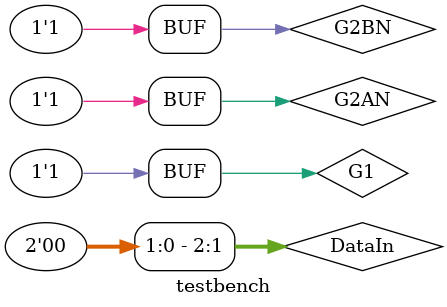
<source format=v>
`timescale 1ns/10ps
module testbench();
reg[2:0]DataIn;reg G1,G2AN,G2BN;
wire[7:0]Dataout;

HC138 u1(DataIn,Dataout,G1,G2AN,G2BN);
initial
begin
  DataIn=0;
  repeat(20)
  #20 DataIn=$random;
end

initial
 begin
  G1=0;
  #40 G1=1;
end

initial
 begin
  G2AN=0;
  #20 G2AN=1;
end

initial
 begin
  G2BN=0;
  #40 G2BN=1;
end
endmodule
</source>
